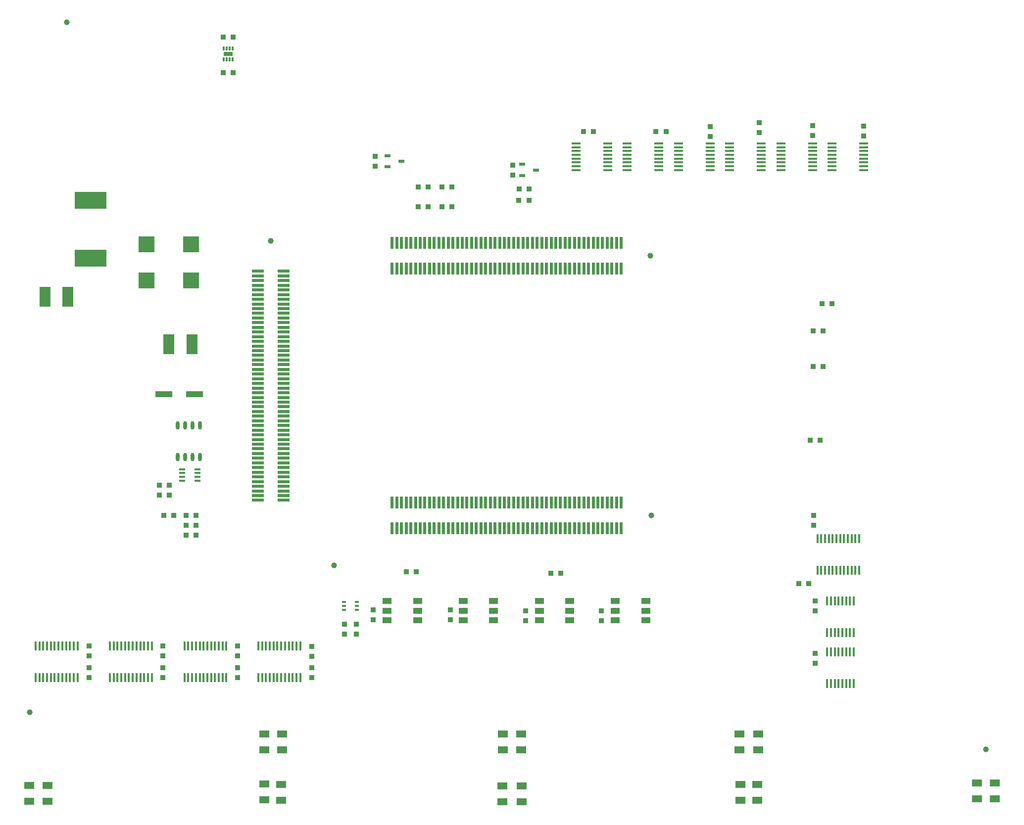
<source format=gtp>
G04*
G04 #@! TF.GenerationSoftware,Altium Limited,Altium Designer,21.1.1 (26)*
G04*
G04 Layer_Color=8421504*
%FSLAX25Y25*%
%MOIN*%
G70*
G04*
G04 #@! TF.SameCoordinates,6EF8526F-0482-4719-AD29-3D8887788FD4*
G04*
G04*
G04 #@! TF.FilePolarity,Positive*
G04*
G01*
G75*
%ADD27R,0.03740X0.03740*%
%ADD28R,0.03740X0.03740*%
%ADD29O,0.06299X0.01575*%
%ADD30R,0.01181X0.03150*%
%ADD31R,0.06299X0.02717*%
%ADD32R,0.05906X0.03937*%
%ADD33O,0.01575X0.06299*%
%ADD34O,0.04134X0.01575*%
%ADD35R,0.03150X0.01575*%
%ADD36R,0.02000X0.08000*%
%ADD37R,0.08000X0.02000*%
%ADD38R,0.06693X0.04528*%
%ADD39O,0.02362X0.05709*%
%ADD40R,0.03937X0.02362*%
%ADD41R,0.21260X0.11417*%
%ADD42R,0.10630X0.10630*%
%ADD43C,0.03937*%
%ADD44R,0.11811X0.03937*%
%ADD45R,0.07500X0.13500*%
D27*
X637653Y433000D02*
D03*
X644347D02*
D03*
X637653Y457000D02*
D03*
X644347D02*
D03*
X643653Y475500D02*
D03*
X650347D02*
D03*
X635653Y383500D02*
D03*
X642346D02*
D03*
X538441Y591430D02*
D03*
X531748D02*
D03*
X489681Y591500D02*
D03*
X482988D02*
D03*
X215154Y319500D02*
D03*
X221847D02*
D03*
X246905Y655047D02*
D03*
X240212D02*
D03*
X246905Y631047D02*
D03*
X240212D02*
D03*
X221847Y326000D02*
D03*
X215154D02*
D03*
X221847Y332724D02*
D03*
X215154D02*
D03*
X206846D02*
D03*
X200153D02*
D03*
X387709Y553943D02*
D03*
X394402D02*
D03*
X387709Y540750D02*
D03*
X394402D02*
D03*
X439518Y552760D02*
D03*
X446211D02*
D03*
X371709Y553943D02*
D03*
X378402D02*
D03*
X371709Y540750D02*
D03*
X378402D02*
D03*
X446109Y544992D02*
D03*
X439416D02*
D03*
X461048Y293654D02*
D03*
X467741D02*
D03*
X363523Y294753D02*
D03*
X370216D02*
D03*
X627827Y286680D02*
D03*
X634520D02*
D03*
D28*
X671630Y588522D02*
D03*
Y595215D02*
D03*
X637146Y588654D02*
D03*
Y595346D02*
D03*
X601193Y590604D02*
D03*
Y597297D02*
D03*
X568130Y588154D02*
D03*
Y594846D02*
D03*
X197346Y353071D02*
D03*
Y346378D02*
D03*
X204000Y353071D02*
D03*
Y346378D02*
D03*
X342500Y568153D02*
D03*
Y574847D02*
D03*
X435102Y562169D02*
D03*
Y568862D02*
D03*
X321790Y252701D02*
D03*
Y259394D02*
D03*
X495065Y268551D02*
D03*
Y261858D02*
D03*
X443789Y268551D02*
D03*
Y261858D02*
D03*
X393089Y269035D02*
D03*
Y262342D02*
D03*
X341191Y269035D02*
D03*
Y262342D02*
D03*
X300029Y237653D02*
D03*
Y244346D02*
D03*
X250029Y237937D02*
D03*
Y244630D02*
D03*
X199530Y237937D02*
D03*
Y244630D02*
D03*
X149877Y237937D02*
D03*
Y244630D02*
D03*
X300029Y230063D02*
D03*
Y223370D02*
D03*
X250029Y230063D02*
D03*
Y223370D02*
D03*
X199530Y230063D02*
D03*
Y223370D02*
D03*
X149877Y230063D02*
D03*
Y223370D02*
D03*
X637965Y332846D02*
D03*
Y326153D02*
D03*
X638998Y239872D02*
D03*
Y233179D02*
D03*
Y275068D02*
D03*
Y268376D02*
D03*
X329789Y252701D02*
D03*
Y259394D02*
D03*
D29*
X671630Y565543D02*
D03*
Y568102D02*
D03*
Y570661D02*
D03*
Y573220D02*
D03*
Y575779D02*
D03*
Y578339D02*
D03*
Y580898D02*
D03*
Y583457D02*
D03*
X650370Y565543D02*
D03*
Y568102D02*
D03*
Y570661D02*
D03*
Y573220D02*
D03*
Y575779D02*
D03*
Y578339D02*
D03*
Y580898D02*
D03*
Y583457D02*
D03*
X533630Y565543D02*
D03*
Y568102D02*
D03*
Y570661D02*
D03*
Y573220D02*
D03*
Y575779D02*
D03*
Y578339D02*
D03*
Y580898D02*
D03*
Y583457D02*
D03*
X512370Y565543D02*
D03*
Y568102D02*
D03*
Y570661D02*
D03*
Y573220D02*
D03*
Y575779D02*
D03*
Y578339D02*
D03*
Y580898D02*
D03*
Y583457D02*
D03*
X477870D02*
D03*
Y580898D02*
D03*
Y578339D02*
D03*
Y575779D02*
D03*
Y573220D02*
D03*
Y570661D02*
D03*
Y568102D02*
D03*
Y565543D02*
D03*
X499130Y583457D02*
D03*
Y580898D02*
D03*
Y578339D02*
D03*
Y575779D02*
D03*
Y573220D02*
D03*
Y570661D02*
D03*
Y568102D02*
D03*
Y565543D02*
D03*
X637130D02*
D03*
Y568102D02*
D03*
Y570661D02*
D03*
Y573220D02*
D03*
Y575779D02*
D03*
Y578339D02*
D03*
Y580898D02*
D03*
Y583457D02*
D03*
X615870Y565543D02*
D03*
Y568102D02*
D03*
Y570661D02*
D03*
Y573220D02*
D03*
Y575779D02*
D03*
Y578339D02*
D03*
Y580898D02*
D03*
Y583457D02*
D03*
X602630Y565543D02*
D03*
Y568102D02*
D03*
Y570661D02*
D03*
Y573220D02*
D03*
Y575779D02*
D03*
Y578339D02*
D03*
Y580898D02*
D03*
Y583457D02*
D03*
X581370Y565543D02*
D03*
Y568102D02*
D03*
Y570661D02*
D03*
Y573220D02*
D03*
Y575779D02*
D03*
Y578339D02*
D03*
Y580898D02*
D03*
Y583457D02*
D03*
X546870D02*
D03*
Y580898D02*
D03*
Y578339D02*
D03*
Y575779D02*
D03*
Y573220D02*
D03*
Y570661D02*
D03*
Y568102D02*
D03*
Y565543D02*
D03*
X568130Y583457D02*
D03*
Y580898D02*
D03*
Y578339D02*
D03*
Y575779D02*
D03*
Y573220D02*
D03*
Y570661D02*
D03*
Y568102D02*
D03*
Y565543D02*
D03*
D30*
X246511Y647362D02*
D03*
X244542D02*
D03*
X242574D02*
D03*
X240605D02*
D03*
X246511Y639921D02*
D03*
X244542D02*
D03*
X242574D02*
D03*
X240605D02*
D03*
D31*
X243558Y643642D02*
D03*
D32*
X524758Y268551D02*
D03*
X504285D02*
D03*
X524758Y275047D02*
D03*
X504285Y262055D02*
D03*
X524758D02*
D03*
X504285Y275047D02*
D03*
X473577Y268551D02*
D03*
X453104D02*
D03*
X473577Y275047D02*
D03*
X453104Y262055D02*
D03*
X473577D02*
D03*
X453104Y275047D02*
D03*
X422396Y268551D02*
D03*
X401923D02*
D03*
X422396Y275047D02*
D03*
X401923Y262055D02*
D03*
X422396D02*
D03*
X401923Y275047D02*
D03*
X371215Y268551D02*
D03*
X350742D02*
D03*
X371215Y275047D02*
D03*
X350742Y262055D02*
D03*
X371215D02*
D03*
X350742Y275047D02*
D03*
D33*
X263955Y223370D02*
D03*
X266514D02*
D03*
X269073D02*
D03*
X271632D02*
D03*
X274191D02*
D03*
X276750D02*
D03*
X279309D02*
D03*
X281868D02*
D03*
X284427D02*
D03*
X286986D02*
D03*
X289545D02*
D03*
X292104D02*
D03*
X263955Y244630D02*
D03*
X266514D02*
D03*
X269073D02*
D03*
X271632D02*
D03*
X274191D02*
D03*
X276750D02*
D03*
X279309D02*
D03*
X281868D02*
D03*
X284427D02*
D03*
X286986D02*
D03*
X289545D02*
D03*
X292104D02*
D03*
X214193Y223370D02*
D03*
X216752D02*
D03*
X219311D02*
D03*
X221870D02*
D03*
X224429D02*
D03*
X226989D02*
D03*
X229548D02*
D03*
X232107D02*
D03*
X234666D02*
D03*
X237225D02*
D03*
X239784D02*
D03*
X242343D02*
D03*
X214193Y244630D02*
D03*
X216752D02*
D03*
X219311D02*
D03*
X221870D02*
D03*
X224429D02*
D03*
X226989D02*
D03*
X229548D02*
D03*
X232107D02*
D03*
X234666D02*
D03*
X237225D02*
D03*
X239784D02*
D03*
X242343D02*
D03*
X163955Y223370D02*
D03*
X166514D02*
D03*
X169073D02*
D03*
X171632D02*
D03*
X174191D02*
D03*
X176750D02*
D03*
X179309D02*
D03*
X181868D02*
D03*
X184427D02*
D03*
X186986D02*
D03*
X189545D02*
D03*
X192104D02*
D03*
X163955Y244630D02*
D03*
X166514D02*
D03*
X169073D02*
D03*
X171632D02*
D03*
X174191D02*
D03*
X176750D02*
D03*
X179309D02*
D03*
X181868D02*
D03*
X184427D02*
D03*
X186986D02*
D03*
X189545D02*
D03*
X192104D02*
D03*
X113955Y223370D02*
D03*
X116514D02*
D03*
X119073D02*
D03*
X121632D02*
D03*
X124191D02*
D03*
X126750D02*
D03*
X129309D02*
D03*
X131868D02*
D03*
X134427D02*
D03*
X136986D02*
D03*
X139545D02*
D03*
X142104D02*
D03*
X113955Y244630D02*
D03*
X116514D02*
D03*
X119073D02*
D03*
X121632D02*
D03*
X124191D02*
D03*
X126750D02*
D03*
X129309D02*
D03*
X131868D02*
D03*
X134427D02*
D03*
X136986D02*
D03*
X139545D02*
D03*
X142104D02*
D03*
X647041Y219529D02*
D03*
X649600D02*
D03*
X652159D02*
D03*
X654718D02*
D03*
X657277D02*
D03*
X659836D02*
D03*
X662395D02*
D03*
X664954D02*
D03*
X647041Y240789D02*
D03*
X649600D02*
D03*
X652159D02*
D03*
X654718D02*
D03*
X657277D02*
D03*
X659836D02*
D03*
X662395D02*
D03*
X664954D02*
D03*
X668575Y317130D02*
D03*
X666016D02*
D03*
X663457D02*
D03*
X660898D02*
D03*
X658339D02*
D03*
X655780D02*
D03*
X653221D02*
D03*
X650661D02*
D03*
X648102D02*
D03*
X645543D02*
D03*
X642984D02*
D03*
X640425D02*
D03*
X668575Y295870D02*
D03*
X666016D02*
D03*
X663457D02*
D03*
X660898D02*
D03*
X658339D02*
D03*
X655780D02*
D03*
X653221D02*
D03*
X650661D02*
D03*
X648102D02*
D03*
X645543D02*
D03*
X642984D02*
D03*
X640425D02*
D03*
X647041Y253809D02*
D03*
X649600D02*
D03*
X652159D02*
D03*
X654718D02*
D03*
X657277D02*
D03*
X659836D02*
D03*
X662395D02*
D03*
X664954D02*
D03*
X647041Y275068D02*
D03*
X649600D02*
D03*
X652159D02*
D03*
X654718D02*
D03*
X657277D02*
D03*
X659836D02*
D03*
X662395D02*
D03*
X664954D02*
D03*
D34*
X212539Y363878D02*
D03*
Y361319D02*
D03*
Y358760D02*
D03*
Y356201D02*
D03*
X222972Y363878D02*
D03*
Y361319D02*
D03*
Y358760D02*
D03*
Y356201D02*
D03*
D35*
X330104Y269232D02*
D03*
Y271791D02*
D03*
Y274350D02*
D03*
X321640D02*
D03*
Y271791D02*
D03*
Y269232D02*
D03*
D36*
X502039Y341323D02*
D03*
X505189D02*
D03*
X502039Y324000D02*
D03*
X505189D02*
D03*
X492591Y341323D02*
D03*
X495740D02*
D03*
X492590Y324000D02*
D03*
X495740D02*
D03*
X486292Y341323D02*
D03*
X489441D02*
D03*
X486291Y324000D02*
D03*
X489441D02*
D03*
X476843Y341323D02*
D03*
X479992D02*
D03*
X476842Y324000D02*
D03*
X479992D02*
D03*
X470543Y341323D02*
D03*
X470543Y324000D02*
D03*
X461095Y341323D02*
D03*
X464244D02*
D03*
X461094Y324000D02*
D03*
X464244D02*
D03*
X454795Y341323D02*
D03*
X454795Y324000D02*
D03*
X445347Y341323D02*
D03*
X448496D02*
D03*
X445346Y324000D02*
D03*
X448496D02*
D03*
X439047Y341323D02*
D03*
X439047Y324000D02*
D03*
X429599Y341323D02*
D03*
X432748D02*
D03*
X429598Y324000D02*
D03*
X432748D02*
D03*
X423299Y341323D02*
D03*
X423299Y324000D02*
D03*
X413850Y341323D02*
D03*
X417000D02*
D03*
X413850Y324000D02*
D03*
X417000D02*
D03*
X407551Y341323D02*
D03*
X407551Y324000D02*
D03*
X398102Y341323D02*
D03*
X401252D02*
D03*
X398102Y324000D02*
D03*
X401252D02*
D03*
X388654Y341323D02*
D03*
X391803D02*
D03*
X388654Y324000D02*
D03*
X391803D02*
D03*
X382354Y341323D02*
D03*
X385504D02*
D03*
X382354Y324000D02*
D03*
X385504D02*
D03*
X372906Y341323D02*
D03*
X376055D02*
D03*
X372906Y324000D02*
D03*
X376055D02*
D03*
X366606Y341323D02*
D03*
X366606Y324000D02*
D03*
X357158Y341323D02*
D03*
X360307D02*
D03*
X357158Y324000D02*
D03*
X360307D02*
D03*
X508339Y341323D02*
D03*
X508338Y324000D02*
D03*
X473693Y341323D02*
D03*
X483142D02*
D03*
X498890D02*
D03*
X473693Y324000D02*
D03*
X483142D02*
D03*
X498890D02*
D03*
X442197Y341323D02*
D03*
X451646D02*
D03*
X457945D02*
D03*
X467394D02*
D03*
X442197Y324000D02*
D03*
X451646D02*
D03*
X457945D02*
D03*
X467394D02*
D03*
X410701Y341323D02*
D03*
X420150D02*
D03*
X426449D02*
D03*
X435898D02*
D03*
X410701Y324000D02*
D03*
X420150D02*
D03*
X426449D02*
D03*
X435898D02*
D03*
X379205Y341323D02*
D03*
X394953D02*
D03*
X404402D02*
D03*
X379205Y324000D02*
D03*
X394953D02*
D03*
X404402D02*
D03*
X354008Y341323D02*
D03*
X363457D02*
D03*
X369756D02*
D03*
X354008Y324000D02*
D03*
X363457D02*
D03*
X369756D02*
D03*
Y499000D02*
D03*
X363457D02*
D03*
X354008D02*
D03*
X369756Y516323D02*
D03*
X363457D02*
D03*
X354008D02*
D03*
X404402Y499000D02*
D03*
X394953D02*
D03*
X379205D02*
D03*
X404402Y516323D02*
D03*
X394953D02*
D03*
X379205D02*
D03*
X435898Y499000D02*
D03*
X426449D02*
D03*
X420150D02*
D03*
X410701D02*
D03*
X435898Y516323D02*
D03*
X426449D02*
D03*
X420150D02*
D03*
X410701D02*
D03*
X467394Y499000D02*
D03*
X457945D02*
D03*
X451646D02*
D03*
X442197D02*
D03*
X467394Y516323D02*
D03*
X457945D02*
D03*
X451646D02*
D03*
X442197D02*
D03*
X498890Y499000D02*
D03*
X483142D02*
D03*
X473693D02*
D03*
X498890Y516323D02*
D03*
X483142D02*
D03*
X473693D02*
D03*
X508338Y499000D02*
D03*
X508339Y516323D02*
D03*
X360307Y499000D02*
D03*
X357158D02*
D03*
X360307Y516323D02*
D03*
X357158D02*
D03*
X366606Y499000D02*
D03*
X366606Y516323D02*
D03*
X376055Y499000D02*
D03*
X372906D02*
D03*
X376055Y516323D02*
D03*
X372906D02*
D03*
X385504Y499000D02*
D03*
X382354D02*
D03*
X385504Y516323D02*
D03*
X382354D02*
D03*
X391803Y499000D02*
D03*
X388654D02*
D03*
X391803Y516323D02*
D03*
X388654D02*
D03*
X401252Y499000D02*
D03*
X398102D02*
D03*
X401252Y516323D02*
D03*
X398102D02*
D03*
X407551Y499000D02*
D03*
X407551Y516323D02*
D03*
X417000Y499000D02*
D03*
X413850D02*
D03*
X417000Y516323D02*
D03*
X413850D02*
D03*
X423299Y499000D02*
D03*
X423299Y516323D02*
D03*
X432748Y499000D02*
D03*
X429598D02*
D03*
X432748Y516323D02*
D03*
X429599D02*
D03*
X439047Y499000D02*
D03*
X439047Y516323D02*
D03*
X448496Y499000D02*
D03*
X445346D02*
D03*
X448496Y516323D02*
D03*
X445347D02*
D03*
X454795Y499000D02*
D03*
X454795Y516323D02*
D03*
X464244Y499000D02*
D03*
X461094D02*
D03*
X464244Y516323D02*
D03*
X461095D02*
D03*
X470543Y499000D02*
D03*
X470543Y516323D02*
D03*
X479992Y499000D02*
D03*
X476842D02*
D03*
X479992Y516323D02*
D03*
X476843D02*
D03*
X489441Y499000D02*
D03*
X486291D02*
D03*
X489441Y516323D02*
D03*
X486292D02*
D03*
X495740Y499000D02*
D03*
X492590D02*
D03*
X495740Y516323D02*
D03*
X492591D02*
D03*
X505189Y499000D02*
D03*
X502039D02*
D03*
X505189Y516323D02*
D03*
X502039D02*
D03*
D37*
X263512Y490978D02*
D03*
Y494127D02*
D03*
X280835Y490977D02*
D03*
Y494127D02*
D03*
X263512Y481529D02*
D03*
Y484678D02*
D03*
X280835Y481529D02*
D03*
Y484678D02*
D03*
X263512Y475230D02*
D03*
Y478379D02*
D03*
X280835Y475229D02*
D03*
Y478379D02*
D03*
X263512Y465781D02*
D03*
Y468930D02*
D03*
X280835Y465780D02*
D03*
Y468930D02*
D03*
X263512Y459481D02*
D03*
X280835Y459481D02*
D03*
X263512Y450033D02*
D03*
Y453182D02*
D03*
X280835Y450033D02*
D03*
Y453182D02*
D03*
X263512Y443734D02*
D03*
X280835Y443733D02*
D03*
X263512Y434285D02*
D03*
Y437434D02*
D03*
X280835Y434284D02*
D03*
Y437434D02*
D03*
X263512Y427985D02*
D03*
X280835Y427985D02*
D03*
X263512Y418537D02*
D03*
Y421686D02*
D03*
X280835Y418537D02*
D03*
Y421686D02*
D03*
X263512Y412237D02*
D03*
X280835Y412237D02*
D03*
X263512Y402789D02*
D03*
Y405938D02*
D03*
X280835Y402788D02*
D03*
Y405938D02*
D03*
X263512Y396489D02*
D03*
X280835Y396489D02*
D03*
X263512Y387041D02*
D03*
Y390190D02*
D03*
X280835Y387040D02*
D03*
Y390190D02*
D03*
X263512Y377592D02*
D03*
Y380741D02*
D03*
X280835Y377592D02*
D03*
Y380741D02*
D03*
X263512Y371292D02*
D03*
Y374442D02*
D03*
X280835Y371292D02*
D03*
Y374442D02*
D03*
X263512Y361844D02*
D03*
Y364993D02*
D03*
X280835Y361844D02*
D03*
Y364993D02*
D03*
X263512Y355544D02*
D03*
X280835Y355544D02*
D03*
X263512Y346096D02*
D03*
Y349245D02*
D03*
X280835Y346096D02*
D03*
Y349245D02*
D03*
X263512Y497277D02*
D03*
X280835Y497276D02*
D03*
X263512Y462631D02*
D03*
Y472080D02*
D03*
Y487828D02*
D03*
X280835Y462631D02*
D03*
Y472080D02*
D03*
Y487828D02*
D03*
X263512Y431135D02*
D03*
Y440584D02*
D03*
Y446883D02*
D03*
Y456332D02*
D03*
X280835Y431135D02*
D03*
Y440584D02*
D03*
Y446883D02*
D03*
Y456332D02*
D03*
X263512Y399639D02*
D03*
Y409088D02*
D03*
Y415387D02*
D03*
Y424836D02*
D03*
X280835Y399639D02*
D03*
Y409088D02*
D03*
Y415387D02*
D03*
Y424836D02*
D03*
X263512Y368143D02*
D03*
Y383891D02*
D03*
Y393340D02*
D03*
X280835Y368143D02*
D03*
Y383891D02*
D03*
Y393340D02*
D03*
X263512Y342946D02*
D03*
Y352395D02*
D03*
Y358694D02*
D03*
X280835Y342946D02*
D03*
Y352395D02*
D03*
Y358694D02*
D03*
D38*
X588514Y140587D02*
D03*
Y151413D02*
D03*
X599853Y140587D02*
D03*
Y151413D02*
D03*
X747800Y141587D02*
D03*
Y152413D02*
D03*
X760000Y141587D02*
D03*
Y152413D02*
D03*
X428406Y139587D02*
D03*
Y150413D02*
D03*
X441405Y139587D02*
D03*
Y150413D02*
D03*
X588000Y174587D02*
D03*
Y185413D02*
D03*
X600467Y174587D02*
D03*
Y185413D02*
D03*
X268000Y141000D02*
D03*
Y151827D02*
D03*
X279300Y140587D02*
D03*
Y151413D02*
D03*
X428594Y174587D02*
D03*
Y185413D02*
D03*
X441000Y174587D02*
D03*
Y185413D02*
D03*
X109693Y139922D02*
D03*
Y150749D02*
D03*
X122029Y139922D02*
D03*
Y150749D02*
D03*
X268000Y174587D02*
D03*
Y185413D02*
D03*
X280000Y174587D02*
D03*
Y185413D02*
D03*
D39*
X224500Y393453D02*
D03*
X219500D02*
D03*
X214500D02*
D03*
X209500D02*
D03*
X224500Y371996D02*
D03*
X219500D02*
D03*
X214500D02*
D03*
X209500D02*
D03*
D40*
X350776Y575240D02*
D03*
Y567760D02*
D03*
X360225Y571500D02*
D03*
X441566Y569256D02*
D03*
Y561776D02*
D03*
X451015Y565516D02*
D03*
D41*
X151000Y506012D02*
D03*
Y544988D02*
D03*
D42*
X218421Y491000D02*
D03*
X188500D02*
D03*
X218421Y515410D02*
D03*
X188500Y515500D02*
D03*
D43*
X272173Y517611D02*
D03*
X528500Y332661D02*
D03*
X315000Y299217D02*
D03*
X528000Y507661D02*
D03*
X135000Y665000D02*
D03*
X110000Y200000D02*
D03*
X754000Y175000D02*
D03*
D44*
X200331Y414500D02*
D03*
X221000D02*
D03*
D45*
X120252Y480000D02*
D03*
X135748D02*
D03*
X203643Y448133D02*
D03*
X219139D02*
D03*
M02*

</source>
